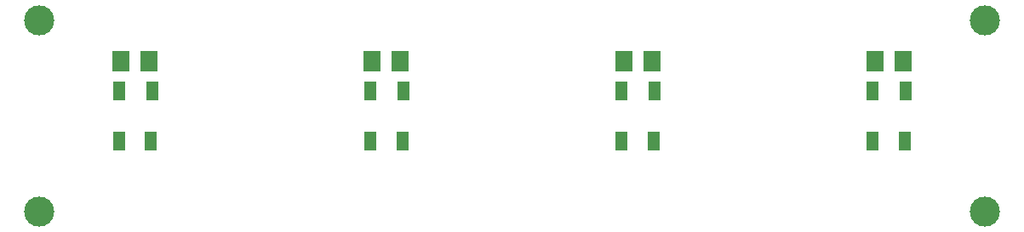
<source format=gbr>
G04 DipTrace 3.3.1.3*
G04 BottomMask.gbr*
%MOIN*%
G04 #@! TF.FileFunction,Soldermask,Bot*
G04 #@! TF.Part,Single*
%ADD38C,0.11811*%
%ADD42R,0.051181X0.074803*%
%ADD46R,0.070866X0.07874*%
%FSLAX26Y26*%
G04*
G70*
G90*
G75*
G01*
G04 BotMask*
%LPD*%
D46*
X940945Y1102362D3*
X830709D3*
X1925197D3*
X1814961D3*
X2909449D3*
X2799213D3*
X3893701D3*
X3783465D3*
D38*
X511811Y511811D3*
Y1259843D3*
X4212598Y511811D3*
Y1259843D3*
D42*
X948819Y787402D3*
X822835D3*
Y984252D3*
X952756D3*
X1933071Y787402D3*
X1807087D3*
Y984252D3*
X1937008D3*
X2917323Y787402D3*
X2791339D3*
Y984252D3*
X2921260D3*
X3901575Y787402D3*
X3775591D3*
Y984252D3*
X3905512D3*
M02*

</source>
